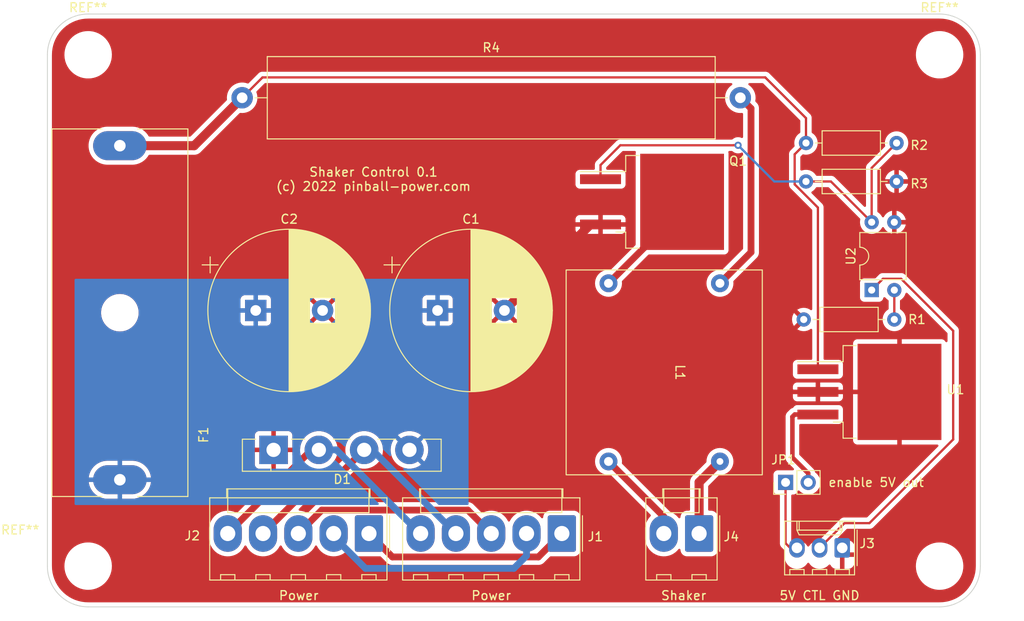
<source format=kicad_pcb>
(kicad_pcb (version 20211014) (generator pcbnew)
  (layers (0 "F.Cu" signal) (31 "B.Cu" signal) (34 "B.Paste" user) (35 "F.Paste" user) (36 "B.SilkS" user "B.Silkscreen") (37 "F.SilkS" user "F.Silkscreen") (38 "B.Mask" user) (39 "F.Mask" user) (44 "Edge.Cuts" user))
  (net 0 "")
  (net 1 "GND")
  (net 2 "Net-(J1-Pad1)")
  (net 3 "Net-(R1-Pad2)")
  (net 4 "Net-(J1-Pad2)")
  (net 5 "Net-(J4-Pad2)")
  (net 6 "Net-(Q1-Pad1)")
  (net 7 "VCC")
  (net 8 "Net-(J3-Pad2)")
  (net 9 "Net-(J1-Pad3)")
  (net 10 "/16VAC1")
  (net 11 "/16VAC2")
  (net 12 "+5V")
  (net 13 "Net-(J4-Pad1)")
  (net 14 "/VIN")
  (net 15 "Net-(L1-Pad1)")
  (net 16 "Net-(L1-Pad2)")
  (net 17 "Net-(J3-Pad3)")
  (footprint "Resistor_THT:R_Axial_DIN0207_L6.3mm_D2.5mm_P10.16mm_Horizontal" (layer "F.Cu") (at 133.604 70.358)
    (fp_text reference "R1" (at 12.7 0) (layer "F.SilkS"))
    (fp_text value "330R")
    (pad "1" thru_hole circle (at 0 0) (size 1.6 1.6) (drill 0.8) (layers *.Cu *.Mask) (net 1 "GND"))
    (pad "2" thru_hole oval (at 10.16 0) (size 1.6 1.6) (drill 0.8) (layers *.Cu *.Mask) (net 3 "Net-(R1-Pad2)"))
  )
  (footprint "Diode_THT:Diode_Bridge_Vishay_GBU" (layer "F.Cu") (at 74.138 84.994)
    (fp_text reference "D1" (at 7.7 3.3) (layer "F.SilkS"))
    (fp_text value "GBU8K")
    (pad "1" thru_hole rect (at 0 0) (size 3.2 3.2) (drill 1.6) (layers *.Cu *.Mask) (net 1 "GND"))
    (pad "2" thru_hole circle (at 5.08 0) (size 3.2 3.2) (drill 1.6) (layers *.Cu *.Mask) (net 11 "/16VAC2"))
    (pad "3" thru_hole circle (at 10.16 0) (size 3.2 3.2) (drill 1.6) (layers *.Cu *.Mask) (net 10 "/16VAC1"))
    (pad "4" thru_hole circle (at 15.24 0) (size 3.2 3.2) (drill 1.6) (layers *.Cu *.Mask) (net 14 "/VIN"))
  )
  (footprint "Fuse:Fuseholder_Cylinder-6.3x32mm_Schurter_0031-8002_Horizontal_Open" (layer "F.Cu") (at 56.896 88.346 90)
    (fp_text reference "F1" (at 5.034 9.398 90) (layer "F.SilkS"))
    (fp_text value "4A")
    (pad "" np_thru_hole circle (at 18.75 0 90) (size 3.2 3.2) (drill 3.2) (layers *.Cu *.Mask))
    (pad "1" thru_hole oval (at 0 0 90) (size 3.25 6) (drill 1.3) (layers *.Cu *.Mask) (net 14 "/VIN"))
    (pad "2" thru_hole oval (at 37.5 0 90) (size 3.25 6) (drill 1.3) (layers *.Cu *.Mask) (net 7 "VCC"))
  )
  (footprint "Resistor_THT:R_Axial_DIN0207_L6.3mm_D2.5mm_P10.16mm_Horizontal" (layer "F.Cu") (at 133.858 54.864)
    (fp_text reference "R3" (at 12.7 0.254) (layer "F.SilkS"))
    (fp_text value "10k")
    (pad "1" thru_hole circle (at 0 0) (size 1.6 1.6) (drill 0.8) (layers *.Cu *.Mask) (net 6 "Net-(Q1-Pad1)"))
    (pad "2" thru_hole oval (at 10.16 0) (size 1.6 1.6) (drill 0.8) (layers *.Cu *.Mask) (net 1 "GND"))
  )
  (footprint "Capacitor_THT:CP_Radial_D18.0mm_P7.50mm" (layer "F.Cu") (at 92.53422 69.342)
    (fp_text reference "C1" (at 3.75 -10.25) (layer "F.SilkS"))
    (fp_text value "3300u/35V")
    (pad "1" thru_hole rect (at 0 0) (size 2.4 2.4) (drill 1.2) (layers *.Cu *.Mask) (net 14 "/VIN"))
    (pad "2" thru_hole circle (at 7.5 0) (size 2.4 2.4) (drill 1.2) (layers *.Cu *.Mask) (net 1 "GND"))
  )
  (footprint "MountingHole:MountingHole_4.3mm_M4" (layer "F.Cu") (at 148.844 40.64)
    (fp_text reference "REF**" (at 0 -5.3) (layer "F.SilkS"))
    (fp_text value "MountingHole_4.3mm_M4")
    (pad "" np_thru_hole circle (at 0 0) (size 4.3 4.3) (drill 4.3) (layers *.Cu *.Mask))
  )
  (footprint "Package_TO_SOT_SMD:TO-263-2" (layer "F.Cu") (at 116.586 57.15)
    (fp_text reference "Q1" (at 9.652 -4.572) (layer "F.SilkS"))
    (fp_text value "IRF640NS")
    (pad "1" smd rect (at -5.775 -2.54) (size 4.6 1.1) (layers "F.Cu" "F.Paste" "F.Mask") (net 6 "Net-(Q1-Pad1)"))
    (pad "2" smd rect (at 3.375 0) (size 9.4 10.8) (layers "F.Cu" "F.Mask") (net 16 "Net-(L1-Pad2)"))
    (pad "3" smd rect (at -5.775 2.54) (size 4.6 1.1) (layers "F.Cu" "F.Paste" "F.Mask") (net 1 "GND"))
  )
  (footprint "Resistor_THT:R_Axial_Power_L50.0mm_W9.0mm_P55.88mm" (layer "F.Cu") (at 70.612 45.466)
    (fp_text reference "R4" (at 27.94 -5.62) (layer "F.SilkS"))
    (fp_text value "1R/11W")
    (pad "1" thru_hole circle (at 0 0) (size 2.4 2.4) (drill 1.2) (layers *.Cu *.Mask) (net 7 "VCC"))
    (pad "2" thru_hole oval (at 55.88 0) (size 2.4 2.4) (drill 1.2) (layers *.Cu *.Mask) (net 15 "Net-(L1-Pad1)"))
  )
  (footprint "Connector_Molex:Molex_KK-254_AE-6410-03A_1x03_P2.54mm_Vertical" (layer "F.Cu") (at 137.922 95.992 180)
    (fp_text reference "J3" (at -2.794 0.488 180) (layer "F.SilkS"))
    (fp_text value "control / 5V")
    (pad "1" thru_hole roundrect (at 0 0 180) (size 1.74 2.19) (drill 1.19) (layers *.Cu *.Mask) (roundrect_rratio 0.143678) (net 1 "GND"))
    (pad "2" thru_hole oval (at 2.54 0 180) (size 1.74 2.19) (drill 1.19) (layers *.Cu *.Mask) (net 8 "Net-(J3-Pad2)"))
    (pad "3" thru_hole oval (at 5.08 0 180) (size 1.74 2.19) (drill 1.19) (layers *.Cu *.Mask) (net 17 "Net-(J3-Pad3)"))
  )
  (footprint "MountingHole:MountingHole_4.3mm_M4" (layer "F.Cu") (at 53.34 98.044)
    (fp_text reference "REF**" (at -7.62 -4.064) (layer "F.SilkS"))
    (fp_text value "MountingHole_4.3mm_M4")
    (pad "" np_thru_hole circle (at 0 0) (size 4.3 4.3) (drill 4.3) (layers *.Cu *.Mask))
  )
  (footprint "MountingHole:MountingHole_4.3mm_M4" (layer "F.Cu") (at 148.844 98.044)
    (fp_text reference "REF**" hide)
    (fp_text value "MountingHole_4.3mm_M4")
    (pad "" np_thru_hole circle (at 0 0) (size 4.3 4.3) (drill 4.3) (layers *.Cu *.Mask))
  )
  (footprint "Connector_Molex:Molex_KK-396_A-41791-0005_1x05_P3.96mm_Vertical" (layer "F.Cu") (at 106.472 94.383 180)
    (fp_text reference "J1" (at -3.764 -0.359) (layer "F.SilkS"))
    (fp_text value "Power" (at 7.92 -6.963) (layer "F.SilkS"))
    (pad "1" thru_hole roundrect (at 0 0 180) (size 3.16 4.1) (drill 1.7) (layers *.Cu *.Mask) (roundrect_rratio 0.079114) (net 2 "Net-(J1-Pad1)"))
    (pad "2" thru_hole oval (at 3.96 0 180) (size 3.16 4.1) (drill 1.7) (layers *.Cu *.Mask) (net 4 "Net-(J1-Pad2)"))
    (pad "3" thru_hole oval (at 7.92 0 180) (size 3.16 4.1) (drill 1.7) (layers *.Cu *.Mask) (net 9 "Net-(J1-Pad3)"))
    (pad "4" thru_hole oval (at 11.88 0 180) (size 3.16 4.1) (drill 1.7) (layers *.Cu *.Mask) (net 10 "/16VAC1"))
    (pad "5" thru_hole oval (at 15.84 0 180) (size 3.16 4.1) (drill 1.7) (layers *.Cu *.Mask) (net 11 "/16VAC2"))
  )
  (footprint "Package_DIP:DIP-4_W7.62mm" (layer "F.Cu") (at 141.224 67.056 90)
    (fp_text reference "U2" (at 3.81 -2.33 90) (layer "F.SilkS"))
    (fp_text value "LTV-817")
    (pad "1" thru_hole rect (at 0 0 90) (size 1.6 1.6) (drill 0.8) (layers *.Cu *.Mask) (net 8 "Net-(J3-Pad2)"))
    (pad "2" thru_hole oval (at 0 2.54 90) (size 1.6 1.6) (drill 0.8) (layers *.Cu *.Mask) (net 3 "Net-(R1-Pad2)"))
    (pad "3" thru_hole oval (at 7.62 2.54 90) (size 1.6 1.6) (drill 0.8) (layers *.Cu *.Mask) (net 1 "GND"))
    (pad "4" thru_hole oval (at 7.62 0 90) (size 1.6 1.6) (drill 0.8) (layers *.Cu *.Mask) (net 6 "Net-(Q1-Pad1)"))
  )
  (footprint "Resistor_THT:R_Axial_DIN0207_L6.3mm_D2.5mm_P10.16mm_Horizontal" (layer "F.Cu") (at 133.858 50.546)
    (fp_text reference "R2" (at 12.7 0.254) (layer "F.SilkS"))
    (fp_text value "10k")
    (pad "1" thru_hole circle (at 0 0) (size 1.6 1.6) (drill 0.8) (layers *.Cu *.Mask) (net 7 "VCC"))
    (pad "2" thru_hole oval (at 10.16 0) (size 1.6 1.6) (drill 0.8) (layers *.Cu *.Mask) (net 6 "Net-(Q1-Pad1)"))
  )
  (footprint "Connector_PinHeader_2.54mm:PinHeader_1x02_P2.54mm_Vertical" (layer "F.Cu") (at 131.567 88.646 90)
    (fp_text reference "JP1" (at 2.54 -0.249 180) (layer "F.SilkS"))
    (fp_text value "enable 5V out" (at 0 10.165 180) (layer "F.SilkS"))
    (pad "1" thru_hole rect (at 0 0 90) (size 1.7 1.7) (drill 1) (layers *.Cu *.Mask) (net 17 "Net-(J3-Pad3)"))
    (pad "2" thru_hole oval (at 0 2.54 90) (size 1.7 1.7) (drill 1) (layers *.Cu *.Mask) (net 12 "+5V"))
  )
  (footprint "Connector_Molex:Molex_KK-396_A-41791-0005_1x05_P3.96mm_Vertical" (layer "F.Cu") (at 84.836 94.383 180)
    (fp_text reference "J2" (at 19.812 -0.254) (layer "F.SilkS"))
    (fp_text value "Power" (at 7.874 -6.963) (layer "F.SilkS"))
    (pad "1" thru_hole roundrect (at 0 0 180) (size 3.16 4.1) (drill 1.7) (layers *.Cu *.Mask) (roundrect_rratio 0.079114) (net 2 "Net-(J1-Pad1)"))
    (pad "2" thru_hole oval (at 3.96 0 180) (size 3.16 4.1) (drill 1.7) (layers *.Cu *.Mask) (net 4 "Net-(J1-Pad2)"))
    (pad "3" thru_hole oval (at 7.92 0 180) (size 3.16 4.1) (drill 1.7) (layers *.Cu *.Mask) (net 9 "Net-(J1-Pad3)"))
    (pad "4" thru_hole oval (at 11.88 0 180) (size 3.16 4.1) (drill 1.7) (layers *.Cu *.Mask) (net 10 "/16VAC1"))
    (pad "5" thru_hole oval (at 15.84 0 180) (size 3.16 4.1) (drill 1.7) (layers *.Cu *.Mask) (net 11 "/16VAC2"))
  )
  (footprint "Connector_Molex:Molex_KK-396_A-41791-0002_1x02_P3.96mm_Vertical" (layer "F.Cu") (at 121.868 94.383 180)
    (fp_text reference "J4" (at -3.608 -0.359) (layer "F.SilkS"))
    (fp_text value "Shaker" (at 1.726 -6.963) (layer "F.SilkS"))
    (pad "1" thru_hole roundrect (at 0 0 180) (size 3.16 4.1) (drill 1.7) (layers *.Cu *.Mask) (roundrect_rratio 0.079114) (net 13 "Net-(J4-Pad1)"))
    (pad "2" thru_hole oval (at 3.96 0 180) (size 3.16 4.1) (drill 1.7) (layers *.Cu *.Mask) (net 5 "Net-(J4-Pad2)"))
  )
  (footprint "cmchoke:CAF-12.5x20" (layer "F.Cu") (at 117.956 76.294005 -90)
    (fp_text reference "L1" (at 0 -1.778 -90 unlocked) (layer "F.SilkS"))
    (fp_text value "CAF 3,1-1,2")
    (pad "1" thru_hole circle (at -10 -6.25 270) (size 2 2) (drill 1) (layers *.Cu *.Mask) (net 15 "Net-(L1-Pad1)"))
    (pad "2" thru_hole circle (at -10 6.25 270) (size 2 2) (drill 1) (layers *.Cu *.Mask) (net 16 "Net-(L1-Pad2)"))
    (pad "3" thru_hole circle (at 10 6.25 270) (size 2 2) (drill 1) (layers *.Cu *.Mask) (net 5 "Net-(J4-Pad2)"))
    (pad "4" thru_hole circle (at 10 -6.25 271) (size 2 2) (drill 0.762) (layers *.Cu *.Mask) (net 13 "Net-(J4-Pad1)"))
  )
  (footprint "Capacitor_THT:CP_Radial_D18.0mm_P7.50mm" (layer "F.Cu") (at 72.136 69.342)
    (fp_text reference "C2" (at 3.75 -10.25) (layer "F.SilkS"))
    (fp_text value "3300u/35V")
    (pad "1" thru_hole rect (at 0 0) (size 2.4 2.4) (drill 1.2) (layers *.Cu *.Mask) (net 14 "/VIN"))
    (pad "2" thru_hole circle (at 7.5 0) (size 2.4 2.4) (drill 1.2) (layers *.Cu *.Mask) (net 1 "GND"))
  )
  (footprint "Package_TO_SOT_SMD:TO-263-3_TabPin2" (layer "F.Cu") (at 140.97 78.486)
    (fp_text reference "U1" (at 9.652 -0.254) (layer "F.SilkS"))
    (fp_text value "L7805")
    (pad "1" smd rect (at -5.775 -2.54) (size 4.6 1.1) (layers "F.Cu" "F.Paste" "F.Mask") (net 7 "VCC"))
    (pad "2" smd rect (at 3.375 0) (size 9.4 10.8) (layers "F.Cu" "F.Mask") (net 1 "GND"))
    (pad "2" smd rect (at -5.775 0) (size 4.6 1.1) (layers "F.Cu" "F.Paste" "F.Mask") (net 1 "GND"))
    (pad "3" smd rect (at -5.775 2.54) (size 4.6 1.1) (layers "F.Cu" "F.Paste" "F.Mask") (net 12 "+5V"))
  )
  (footprint "MountingHole:MountingHole_4.3mm_M4" (layer "F.Cu") (at 53.34 40.64)
    (fp_text reference "REF**" (at 0 -5.3) (layer "F.SilkS"))
    (fp_text value "MountingHole_4.3mm_M4")
    (pad "" np_thru_hole circle (at 0 0) (size 4.3 4.3) (drill 4.3) (layers *.Cu *.Mask))
  )
  (gr_line (start 48.768 98.044) (end 48.768 40.64) (layer "Edge.Cuts") (width 0.1))
  (gr_line (start 148.844 36.068) (end 53.34 36.068) (layer "Edge.Cuts") (width 0.1))
  (gr_arc (start 153.416 98.044) (mid 152.076892 101.276892) (end 148.844 102.616) (layer "Edge.Cuts") (width 0.1))
  (gr_arc (start 53.34 102.616) (mid 50.107108 101.276892) (end 48.768 98.044) (layer "Edge.Cuts") (width 0.1))
  (gr_line (start 53.34 102.616) (end 148.844 102.616) (layer "Edge.Cuts") (width 0.1))
  (gr_arc (start 48.768 40.64) (mid 50.107108 37.407108) (end 53.34 36.068) (layer "Edge.Cuts") (width 0.1))
  (gr_line (start 153.416 98.044) (end 153.416 40.64) (layer "Edge.Cuts") (width 0.1))
  (gr_arc (start 148.844 36.068) (mid 152.076892 37.407108) (end 153.416 40.64) (layer "Edge.Cuts") (width 0.1))
  (gr_text "Shaker Control 0.1\n(c) 2022 pinball-power.com" (at 85.344 54.61) (layer "F.SilkS") (effects (font (size 1 1))))
  (gr_text "5V CTL GND" (at 135.382 101.346) (layer "F.SilkS") (effects (font (size 1 1))))
  (segment (start 109.68622 59.69) (end 100.03422 69.342) (width 1.016) (layer "F.Cu") (net 1))
  (segment (start 131.826 77.978) (end 131.826 72.644) (width 0.508) (layer "F.Cu") (net 1))
  (segment (start 135.195 78.486) (end 132.334 78.486) (width 0.508) (layer "F.Cu") (net 1))
  (segment (start 132.334 78.486) (end 131.826 77.978) (width 0.508) (layer "F.Cu") (net 1))
  (segment (start 132.08 71.882) (end 133.604 70.358) (width 0.508) (layer "F.Cu") (net 1))
  (segment (start 110.811 59.69) (end 109.68622 59.69) (width 1.016) (layer "F.Cu") (net 1))
  (segment (start 131.826 72.644) (end 132.08 72.39) (width 0.508) (layer "F.Cu") (net 1))
  (segment (start 132.08 72.39) (end 132.08 71.882) (width 0.508) (layer "F.Cu") (net 1))
  (segment (start 87.46652 97.01352) (end 103.84148 97.01352) (width 0.762) (layer "F.Cu") (net 2))
  (segment (start 103.84148 97.01352) (end 106.472 94.383) (width 0.762) (layer "F.Cu") (net 2))
  (segment (start 84.836 94.383) (end 87.46652 97.01352) (width 0.762) (layer "F.Cu") (net 2))
  (segment (start 143.764 70.358) (end 143.764 67.056) (width 0.254) (layer "F.Cu") (net 3))
  (segment (start 80.876 94.727532) (end 84.446468 98.298) (width 0.762) (layer "B.Cu") (net 4))
  (segment (start 80.876 94.383) (end 80.876 94.727532) (width 0.762) (layer "B.Cu") (net 4))
  (segment (start 84.446468 98.298) (end 101.092 98.298) (width 0.762) (layer "B.Cu") (net 4))
  (segment (start 101.092 98.298) (end 102.512 96.878) (width 0.762) (layer "B.Cu") (net 4))
  (segment (start 102.512 96.878) (end 102.512 94.383) (width 0.762) (layer "B.Cu") (net 4))
  (segment (start 117.908 94.383) (end 117.908 92.496) (width 0.762) (layer "F.Cu") (net 5))
  (segment (start 117.908 92.496) (end 111.706 86.294) (width 0.762) (layer "F.Cu") (net 5))
  (segment (start 113.03 50.8) (end 125.73 50.8) (width 0.254) (layer "F.Cu") (net 6))
  (segment (start 110.811 53.019) (end 113.03 50.8) (width 0.254) (layer "F.Cu") (net 6))
  (segment (start 125.73 50.8) (end 126.238 50.8) (width 0.254) (layer "F.Cu") (net 6))
  (segment (start 110.811 54.61) (end 110.811 53.019) (width 0.254) (layer "F.Cu") (net 6))
  (segment (start 133.858 54.864) (end 136.652 54.864) (width 0.254) (layer "F.Cu") (net 6))
  (segment (start 144.018 50.546) (end 141.224 53.34) (width 0.254) (layer "F.Cu") (net 6))
  (segment (start 136.652 54.864) (end 141.224 59.436) (width 0.254) (layer "F.Cu") (net 6))
  (segment (start 141.224 53.34) (end 141.224 59.436) (width 0.254) (layer "F.Cu") (net 6))
  (via (at 126.238 50.8) (size 0.8) (drill 0.4) (layers "F.Cu" "B.Cu") (net 6))
  (segment (start 130.302 54.864) (end 133.858 54.864) (width 0.254) (layer "B.Cu") (net 6))
  (segment (start 126.238 50.8) (end 130.302 54.864) (width 0.254) (layer "B.Cu") (net 6))
  (segment (start 132.588 55.187128) (end 132.588 51.816) (width 0.254) (layer "F.Cu") (net 7))
  (segment (start 133.858 47.752) (end 129.286 43.18) (width 0.254) (layer "F.Cu") (net 7))
  (segment (start 65.232 50.846) (end 70.612 45.466) (width 1.016) (layer "F.Cu") (net 7))
  (segment (start 135.195 57.794128) (end 132.588 55.187128) (width 0.254) (layer "F.Cu") (net 7))
  (segment (start 56.896 50.846) (end 65.232 50.846) (width 1.016) (layer "F.Cu") (net 7))
  (segment (start 129.286 43.18) (end 72.898 43.18) (width 0.254) (layer "F.Cu") (net 7))
  (segment (start 133.858 50.546) (end 133.858 47.752) (width 0.254) (layer "F.Cu") (net 7))
  (segment (start 135.195 75.946) (end 135.195 57.794128) (width 0.254) (layer "F.Cu") (net 7))
  (segment (start 132.588 51.816) (end 133.858 50.546) (width 0.254) (layer "F.Cu") (net 7))
  (segment (start 72.898 43.18) (end 70.612 45.466) (width 0.254) (layer "F.Cu") (net 7))
  (segment (start 142.494 65.786) (end 144.526 65.786) (width 0.254) (layer "F.Cu") (net 8))
  (segment (start 141.224 67.056) (end 142.494 65.786) (width 0.254) (layer "F.Cu") (net 8))
  (segment (start 138.176 93.218) (end 135.382 96.012) (width 0.254) (layer "F.Cu") (net 8))
  (segment (start 144.526 65.786) (end 150.368 71.628) (width 0.254) (layer "F.Cu") (net 8))
  (segment (start 150.368 83.82) (end 140.97 93.218) (width 0.254) (layer "F.Cu") (net 8))
  (segment (start 140.97 93.218) (end 138.176 93.218) (width 0.254) (layer "F.Cu") (net 8))
  (segment (start 135.382 96.012) (end 135.382 96.754) (width 0.254) (layer "F.Cu") (net 8))
  (segment (start 150.368 71.628) (end 150.368 83.82) (width 0.254) (layer "F.Cu") (net 8))
  (segment (start 95.92148 91.75248) (end 98.552 94.383) (width 0.762) (layer "F.Cu") (net 9))
  (segment (start 76.916 94.383) (end 79.54652 91.75248) (width 0.762) (layer "F.Cu") (net 9))
  (segment (start 79.54652 91.75248) (end 95.92148 91.75248) (width 0.762) (layer "F.Cu") (net 9))
  (segment (start 79.709 87.63) (end 81.662 87.63) (width 0.762) (layer "F.Cu") (net 10))
  (segment (start 81.662 87.63) (end 84.298 84.994) (width 0.762) (layer "F.Cu") (net 10))
  (segment (start 72.956 94.383) (end 79.709 87.63) (width 0.762) (layer "F.Cu") (net 10))
  (segment (start 85.203 84.994) (end 94.592 94.383) (width 0.762) (layer "B.Cu") (net 10))
  (segment (start 84.298 84.994) (end 85.203 84.994) (width 0.762) (layer "B.Cu") (net 10))
  (segment (start 78.385 84.994) (end 79.218 84.994) (width 0.762) (layer "F.Cu") (net 11))
  (segment (start 68.996 94.383) (end 78.385 84.994) (width 0.762) (layer "F.Cu") (net 11))
  (segment (start 79.218 84.994) (end 81.184 84.994) (width 0.762) (layer "B.Cu") (net 11))
  (segment (start 90.573 94.383) (end 90.632 94.383) (width 0.762) (layer "B.Cu") (net 11))
  (segment (start 81.184 84.994) (end 90.573 94.383) (width 0.762) (layer "B.Cu") (net 11))
  (segment (start 132.334 81.28) (end 132.334 85.852) (width 0.508) (layer "F.Cu") (net 12))
  (segment (start 134.112 87.63) (end 134.112 88.641) (width 0.508) (layer "F.Cu") (net 12))
  (segment (start 135.195 81.026) (end 132.588 81.026) (width 0.508) (layer "F.Cu") (net 12))
  (segment (start 132.334 85.852) (end 134.112 87.63) (width 0.508) (layer "F.Cu") (net 12))
  (segment (start 132.588 81.026) (end 132.334 81.28) (width 0.508) (layer "F.Cu") (net 12))
  (segment (start 134.112 88.641) (end 134.107 88.646) (width 0.508) (layer "F.Cu") (net 12))
  (segment (start 121.868 94.383) (end 121.868 88.632) (width 1.016) (layer "F.Cu") (net 13))
  (segment (start 121.868 88.632) (end 124.206 86.294) (width 1.016) (layer "F.Cu") (net 13))
  (segment (start 126.492 45.466) (end 127.692 46.666) (width 0.762) (layer "F.Cu") (net 15))
  (segment (start 127.692 46.666) (end 127.692 62.808) (width 0.762) (layer "F.Cu") (net 15))
  (segment (start 127.692 62.808) (end 124.206 66.294) (width 0.762) (layer "F.Cu") (net 15))
  (segment (start 111.706 66.294) (end 119.961 58.039) (width 0.762) (layer "F.Cu") (net 16))
  (segment (start 119.961 58.039) (end 119.961 57.15) (width 0.762) (layer "F.Cu") (net 16))
  (segment (start 131.567 95.479) (end 132.842 96.754) (width 0.254) (layer "F.Cu") (net 17))
  (segment (start 131.567 88.646) (end 131.567 95.479) (width 0.254) (layer "F.Cu") (net 17))
  (zone (net 1) (net_name "GND") (layer "F.Cu") (connect_pads (clearance 0.508)) (min_thickness 0.254) (fill yes (thermal_gap 0.508) (thermal_bridge_width 0.508))
    (polygon (pts (xy 154.178 35.56) (xy 153.416 103.124) (xy 47.752 102.87) (xy 48.006 35.56) (xy 48.26 35.306)))
  )
  (zone (net 14) (net_name "/VIN") (layer "B.Cu") (connect_pads (clearance 0.508)) (min_thickness 0.254) (fill yes (thermal_gap 0.508) (thermal_bridge_width 0.508))
    (polygon (pts (xy 96.012 91.186) (xy 51.816 91.186) (xy 51.816 65.786) (xy 96.012 65.786)))
  )
)
</source>
